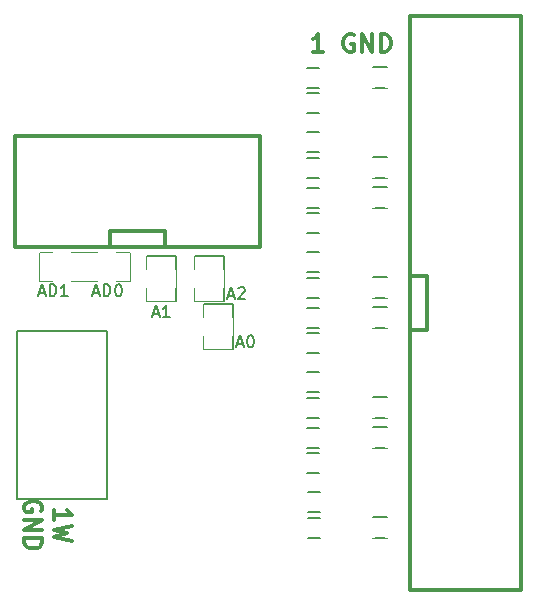
<source format=gbr>
G04 #@! TF.FileFunction,Legend,Top*
%FSLAX46Y46*%
G04 Gerber Fmt 4.6, Leading zero omitted, Abs format (unit mm)*
G04 Created by KiCad (PCBNEW 4.0.4-stable) date 12/22/16 08:09:43*
%MOMM*%
%LPD*%
G01*
G04 APERTURE LIST*
%ADD10C,0.100000*%
%ADD11C,0.300000*%
%ADD12C,0.304800*%
%ADD13C,0.299720*%
%ADD14C,0.150000*%
%ADD15C,0.200000*%
%ADD16O,1.900000X2.400000*%
%ADD17R,1.900000X2.400000*%
%ADD18R,1.900000X1.650000*%
%ADD19R,2.400000X1.400000*%
%ADD20R,2.600000X1.600000*%
%ADD21R,1.900000X1.700000*%
%ADD22R,1.400000X2.400000*%
%ADD23R,1.600000X2.600000*%
%ADD24C,2.000000*%
%ADD25O,2.400000X1.900000*%
%ADD26R,2.400000X1.900000*%
%ADD27C,4.700000*%
G04 APERTURE END LIST*
D10*
D11*
X180571429Y-100678571D02*
X179714286Y-100678571D01*
X180142858Y-100678571D02*
X180142858Y-99178571D01*
X180000001Y-99392857D01*
X179857143Y-99535714D01*
X179714286Y-99607143D01*
X183142857Y-99250000D02*
X183000000Y-99178571D01*
X182785714Y-99178571D01*
X182571429Y-99250000D01*
X182428571Y-99392857D01*
X182357143Y-99535714D01*
X182285714Y-99821429D01*
X182285714Y-100035714D01*
X182357143Y-100321429D01*
X182428571Y-100464286D01*
X182571429Y-100607143D01*
X182785714Y-100678571D01*
X182928571Y-100678571D01*
X183142857Y-100607143D01*
X183214286Y-100535714D01*
X183214286Y-100035714D01*
X182928571Y-100035714D01*
X183857143Y-100678571D02*
X183857143Y-99178571D01*
X184714286Y-100678571D01*
X184714286Y-99178571D01*
X185428572Y-100678571D02*
X185428572Y-99178571D01*
X185785715Y-99178571D01*
X186000000Y-99250000D01*
X186142858Y-99392857D01*
X186214286Y-99535714D01*
X186285715Y-99821429D01*
X186285715Y-100035714D01*
X186214286Y-100321429D01*
X186142858Y-100464286D01*
X186000000Y-100607143D01*
X185785715Y-100678571D01*
X185428572Y-100678571D01*
X157822429Y-140287429D02*
X157822429Y-139430286D01*
X157822429Y-139858858D02*
X159322429Y-139858858D01*
X159108143Y-139716001D01*
X158965286Y-139573143D01*
X158893857Y-139430286D01*
X159322429Y-140787429D02*
X157822429Y-141144572D01*
X158893857Y-141430286D01*
X157822429Y-141716000D01*
X159322429Y-142073143D01*
X156701000Y-139573143D02*
X156772429Y-139430286D01*
X156772429Y-139216000D01*
X156701000Y-139001715D01*
X156558143Y-138858857D01*
X156415286Y-138787429D01*
X156129571Y-138716000D01*
X155915286Y-138716000D01*
X155629571Y-138787429D01*
X155486714Y-138858857D01*
X155343857Y-139001715D01*
X155272429Y-139216000D01*
X155272429Y-139358857D01*
X155343857Y-139573143D01*
X155415286Y-139644572D01*
X155915286Y-139644572D01*
X155915286Y-139358857D01*
X155272429Y-140287429D02*
X156772429Y-140287429D01*
X155272429Y-141144572D01*
X156772429Y-141144572D01*
X155272429Y-141858858D02*
X156772429Y-141858858D01*
X156772429Y-142216001D01*
X156701000Y-142430286D01*
X156558143Y-142573144D01*
X156415286Y-142644572D01*
X156129571Y-142716001D01*
X155915286Y-142716001D01*
X155629571Y-142644572D01*
X155486714Y-142573144D01*
X155343857Y-142430286D01*
X155272429Y-142216001D01*
X155272429Y-141858858D01*
D12*
X154446000Y-117222000D02*
X175246000Y-117222000D01*
X175246000Y-107822000D02*
X154446000Y-107822000D01*
X154446000Y-107822000D02*
X154446000Y-117222000D01*
X175246000Y-107822000D02*
X175246000Y-117222000D01*
D13*
X167146000Y-117222000D02*
X167146000Y-115822000D01*
X167146000Y-115822000D02*
X162546000Y-115822000D01*
X162546000Y-115822000D02*
X162546000Y-117222000D01*
D14*
X180205000Y-104179000D02*
X179205000Y-104179000D01*
X179205000Y-105879000D02*
X180205000Y-105879000D01*
X180205000Y-102020000D02*
X179205000Y-102020000D01*
X179205000Y-103720000D02*
X180205000Y-103720000D01*
X180205000Y-114339000D02*
X179205000Y-114339000D01*
X179205000Y-116039000D02*
X180205000Y-116039000D01*
X180205000Y-112180000D02*
X179205000Y-112180000D01*
X179205000Y-113880000D02*
X180205000Y-113880000D01*
X179205000Y-109181000D02*
X180205000Y-109181000D01*
X180205000Y-107481000D02*
X179205000Y-107481000D01*
X179205000Y-111340000D02*
X180205000Y-111340000D01*
X180205000Y-109640000D02*
X179205000Y-109640000D01*
X179205000Y-119341000D02*
X180205000Y-119341000D01*
X180205000Y-117641000D02*
X179205000Y-117641000D01*
X179205000Y-121500000D02*
X180205000Y-121500000D01*
X180205000Y-119800000D02*
X179205000Y-119800000D01*
X180205000Y-124499000D02*
X179205000Y-124499000D01*
X179205000Y-126199000D02*
X180205000Y-126199000D01*
X180205000Y-122340000D02*
X179205000Y-122340000D01*
X179205000Y-124040000D02*
X180205000Y-124040000D01*
X180205000Y-134659000D02*
X179205000Y-134659000D01*
X179205000Y-136359000D02*
X180205000Y-136359000D01*
X180205000Y-132500000D02*
X179205000Y-132500000D01*
X179205000Y-134200000D02*
X180205000Y-134200000D01*
X179205000Y-129501000D02*
X180205000Y-129501000D01*
X180205000Y-127801000D02*
X179205000Y-127801000D01*
X179205000Y-131660000D02*
X180205000Y-131660000D01*
X180205000Y-129960000D02*
X179205000Y-129960000D01*
X179332000Y-139661000D02*
X180332000Y-139661000D01*
X180332000Y-137961000D02*
X179332000Y-137961000D01*
X179332000Y-141820000D02*
X180332000Y-141820000D01*
X180332000Y-140120000D02*
X179332000Y-140120000D01*
D15*
X172142000Y-117988000D02*
X172142000Y-121788000D01*
X172142000Y-121788000D02*
X169742000Y-121788000D01*
X169742000Y-121788000D02*
X169742000Y-117988000D01*
X169742000Y-117988000D02*
X172142000Y-117988000D01*
X168078000Y-117988000D02*
X168078000Y-121788000D01*
X168078000Y-121788000D02*
X165678000Y-121788000D01*
X165678000Y-121788000D02*
X165678000Y-117988000D01*
X165678000Y-117988000D02*
X168078000Y-117988000D01*
X170504000Y-125852000D02*
X170504000Y-122052000D01*
X170504000Y-122052000D02*
X172904000Y-122052000D01*
X172904000Y-122052000D02*
X172904000Y-125852000D01*
X172904000Y-125852000D02*
X170504000Y-125852000D01*
D14*
X186020000Y-103745000D02*
X184820000Y-103745000D01*
X184820000Y-101995000D02*
X186020000Y-101995000D01*
X186020000Y-113905000D02*
X184820000Y-113905000D01*
X184820000Y-112155000D02*
X186020000Y-112155000D01*
X184820000Y-109615000D02*
X186020000Y-109615000D01*
X186020000Y-111365000D02*
X184820000Y-111365000D01*
X184820000Y-119775000D02*
X186020000Y-119775000D01*
X186020000Y-121525000D02*
X184820000Y-121525000D01*
X186020000Y-124065000D02*
X184820000Y-124065000D01*
X184820000Y-122315000D02*
X186020000Y-122315000D01*
X186020000Y-134225000D02*
X184820000Y-134225000D01*
X184820000Y-132475000D02*
X186020000Y-132475000D01*
X184820000Y-129935000D02*
X186020000Y-129935000D01*
X186020000Y-131685000D02*
X184820000Y-131685000D01*
X184820000Y-140095000D02*
X186020000Y-140095000D01*
X186020000Y-141845000D02*
X184820000Y-141845000D01*
D15*
X164206000Y-120072000D02*
X160406000Y-120072000D01*
X160406000Y-120072000D02*
X160406000Y-117672000D01*
X160406000Y-117672000D02*
X164206000Y-117672000D01*
X164206000Y-117672000D02*
X164206000Y-120072000D01*
X156596000Y-117672000D02*
X160396000Y-117672000D01*
X160396000Y-117672000D02*
X160396000Y-120072000D01*
X160396000Y-120072000D02*
X156596000Y-120072000D01*
X156596000Y-120072000D02*
X156596000Y-117672000D01*
D14*
X162306000Y-124587000D02*
X162306000Y-124333000D01*
X162306000Y-124333000D02*
X154686000Y-124333000D01*
X154686000Y-124333000D02*
X154686000Y-124587000D01*
X162306000Y-134620000D02*
X162306000Y-138557000D01*
X162306000Y-138557000D02*
X154686000Y-138557000D01*
X154686000Y-138557000D02*
X154686000Y-124587000D01*
X162306000Y-124587000D02*
X162306000Y-134620000D01*
D12*
X187959000Y-97620000D02*
X187959000Y-146220000D01*
X197359000Y-146220000D02*
X197359000Y-97620000D01*
X197359000Y-97620000D02*
X187959000Y-97620000D01*
X197359000Y-146220000D02*
X187959000Y-146220000D01*
D13*
X187959000Y-124220000D02*
X189359000Y-124220000D01*
X189359000Y-124220000D02*
X189359000Y-119620000D01*
X189359000Y-119620000D02*
X187959000Y-119620000D01*
D15*
X172513714Y-121324667D02*
X172989905Y-121324667D01*
X172418476Y-121610381D02*
X172751809Y-120610381D01*
X173085143Y-121610381D01*
X173370857Y-120705619D02*
X173418476Y-120658000D01*
X173513714Y-120610381D01*
X173751810Y-120610381D01*
X173847048Y-120658000D01*
X173894667Y-120705619D01*
X173942286Y-120800857D01*
X173942286Y-120896095D01*
X173894667Y-121038952D01*
X173323238Y-121610381D01*
X173942286Y-121610381D01*
X166163714Y-122848667D02*
X166639905Y-122848667D01*
X166068476Y-123134381D02*
X166401809Y-122134381D01*
X166735143Y-123134381D01*
X167592286Y-123134381D02*
X167020857Y-123134381D01*
X167306571Y-123134381D02*
X167306571Y-122134381D01*
X167211333Y-122277238D01*
X167116095Y-122372476D01*
X167020857Y-122420095D01*
X173275714Y-125388667D02*
X173751905Y-125388667D01*
X173180476Y-125674381D02*
X173513809Y-124674381D01*
X173847143Y-125674381D01*
X174370952Y-124674381D02*
X174466191Y-124674381D01*
X174561429Y-124722000D01*
X174609048Y-124769619D01*
X174656667Y-124864857D01*
X174704286Y-125055333D01*
X174704286Y-125293429D01*
X174656667Y-125483905D01*
X174609048Y-125579143D01*
X174561429Y-125626762D01*
X174466191Y-125674381D01*
X174370952Y-125674381D01*
X174275714Y-125626762D01*
X174228095Y-125579143D01*
X174180476Y-125483905D01*
X174132857Y-125293429D01*
X174132857Y-125055333D01*
X174180476Y-124864857D01*
X174228095Y-124769619D01*
X174275714Y-124722000D01*
X174370952Y-124674381D01*
X161091714Y-121070667D02*
X161567905Y-121070667D01*
X160996476Y-121356381D02*
X161329809Y-120356381D01*
X161663143Y-121356381D01*
X161996476Y-121356381D02*
X161996476Y-120356381D01*
X162234571Y-120356381D01*
X162377429Y-120404000D01*
X162472667Y-120499238D01*
X162520286Y-120594476D01*
X162567905Y-120784952D01*
X162567905Y-120927810D01*
X162520286Y-121118286D01*
X162472667Y-121213524D01*
X162377429Y-121308762D01*
X162234571Y-121356381D01*
X161996476Y-121356381D01*
X163186952Y-120356381D02*
X163282191Y-120356381D01*
X163377429Y-120404000D01*
X163425048Y-120451619D01*
X163472667Y-120546857D01*
X163520286Y-120737333D01*
X163520286Y-120975429D01*
X163472667Y-121165905D01*
X163425048Y-121261143D01*
X163377429Y-121308762D01*
X163282191Y-121356381D01*
X163186952Y-121356381D01*
X163091714Y-121308762D01*
X163044095Y-121261143D01*
X162996476Y-121165905D01*
X162948857Y-120975429D01*
X162948857Y-120737333D01*
X162996476Y-120546857D01*
X163044095Y-120451619D01*
X163091714Y-120404000D01*
X163186952Y-120356381D01*
X156519714Y-121070667D02*
X156995905Y-121070667D01*
X156424476Y-121356381D02*
X156757809Y-120356381D01*
X157091143Y-121356381D01*
X157424476Y-121356381D02*
X157424476Y-120356381D01*
X157662571Y-120356381D01*
X157805429Y-120404000D01*
X157900667Y-120499238D01*
X157948286Y-120594476D01*
X157995905Y-120784952D01*
X157995905Y-120927810D01*
X157948286Y-121118286D01*
X157900667Y-121213524D01*
X157805429Y-121308762D01*
X157662571Y-121356381D01*
X157424476Y-121356381D01*
X158948286Y-121356381D02*
X158376857Y-121356381D01*
X158662571Y-121356381D02*
X158662571Y-120356381D01*
X158567333Y-120499238D01*
X158472095Y-120594476D01*
X158376857Y-120642095D01*
%LPC*%
D16*
X169926000Y-114042000D03*
X169926000Y-111002000D03*
X167386000Y-111002000D03*
X167386000Y-114042000D03*
D17*
X159766000Y-114042000D03*
D16*
X159766000Y-111002000D03*
X162306000Y-114042000D03*
X162306000Y-111002000D03*
X164846000Y-114042000D03*
X164846000Y-111002000D03*
D18*
X178455000Y-105029000D03*
X180955000Y-105029000D03*
X178455000Y-102870000D03*
X180955000Y-102870000D03*
X178455000Y-115189000D03*
X180955000Y-115189000D03*
X178455000Y-113030000D03*
X180955000Y-113030000D03*
X180955000Y-108331000D03*
X178455000Y-108331000D03*
X180955000Y-110490000D03*
X178455000Y-110490000D03*
X180955000Y-118491000D03*
X178455000Y-118491000D03*
X180955000Y-120650000D03*
X178455000Y-120650000D03*
X178455000Y-125349000D03*
X180955000Y-125349000D03*
X178455000Y-123190000D03*
X180955000Y-123190000D03*
X178455000Y-135509000D03*
X180955000Y-135509000D03*
X178455000Y-133350000D03*
X180955000Y-133350000D03*
X180955000Y-128651000D03*
X178455000Y-128651000D03*
X180955000Y-130810000D03*
X178455000Y-130810000D03*
X181082000Y-138811000D03*
X178582000Y-138811000D03*
X181082000Y-140970000D03*
X178582000Y-140970000D03*
D19*
X170942000Y-118688000D03*
D20*
X170942000Y-119888000D03*
D19*
X170942000Y-121088000D03*
X166878000Y-118688000D03*
D20*
X166878000Y-119888000D03*
D19*
X166878000Y-121088000D03*
X171704000Y-125152000D03*
D20*
X171704000Y-123952000D03*
D19*
X171704000Y-122752000D03*
D21*
X184070000Y-102870000D03*
X186770000Y-102870000D03*
X184070000Y-113030000D03*
X186770000Y-113030000D03*
X186770000Y-110490000D03*
X184070000Y-110490000D03*
X186770000Y-120650000D03*
X184070000Y-120650000D03*
X184070000Y-123190000D03*
X186770000Y-123190000D03*
X184070000Y-133350000D03*
X186770000Y-133350000D03*
X186770000Y-130810000D03*
X184070000Y-130810000D03*
X186770000Y-140970000D03*
X184070000Y-140970000D03*
D22*
X163506000Y-118872000D03*
D23*
X162306000Y-118872000D03*
D22*
X161106000Y-118872000D03*
X157296000Y-118872000D03*
D23*
X158496000Y-118872000D03*
D22*
X159696000Y-118872000D03*
D24*
X155956000Y-127508000D03*
X155956000Y-132588000D03*
X158496000Y-127508000D03*
X158496000Y-132588000D03*
D25*
X191139000Y-140970000D03*
X194179000Y-140970000D03*
X191139000Y-135890000D03*
X194179000Y-135890000D03*
X194179000Y-138430000D03*
X191139000Y-138430000D03*
X191139000Y-133350000D03*
X194179000Y-133350000D03*
X194179000Y-130810000D03*
X191139000Y-130810000D03*
X191139000Y-128270000D03*
X194179000Y-128270000D03*
X194179000Y-125730000D03*
X191139000Y-125730000D03*
X191139000Y-123190000D03*
X194179000Y-123190000D03*
X194179000Y-120650000D03*
X191139000Y-120650000D03*
X191139000Y-118110000D03*
X194179000Y-118110000D03*
X194179000Y-115570000D03*
X191139000Y-115570000D03*
X191139000Y-113030000D03*
X194179000Y-113030000D03*
X194179000Y-110490000D03*
X191139000Y-110490000D03*
D26*
X191139000Y-102870000D03*
D25*
X194179000Y-102870000D03*
X191139000Y-105410000D03*
X194179000Y-105410000D03*
X191139000Y-107950000D03*
X194179000Y-107950000D03*
D27*
X170180000Y-137160000D03*
X159000000Y-102000000D03*
M02*

</source>
